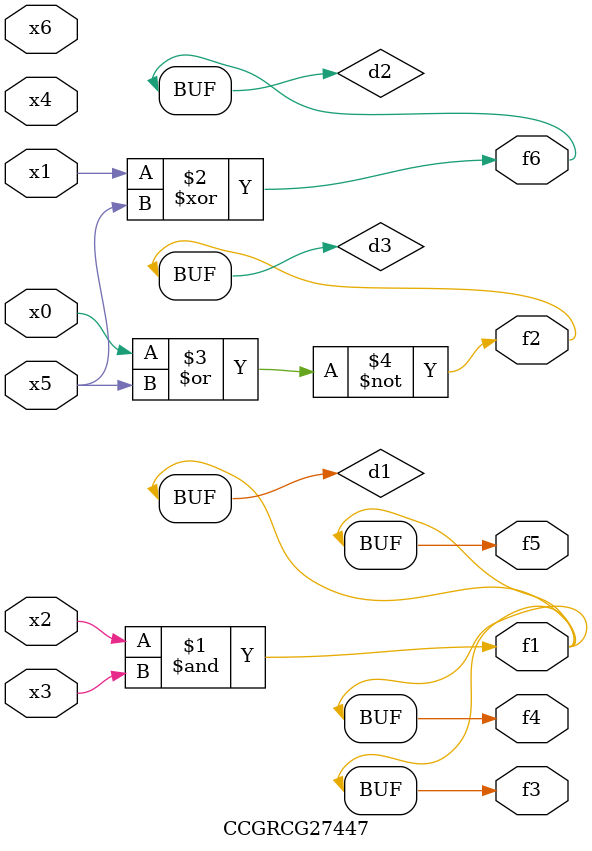
<source format=v>
module CCGRCG27447(
	input x0, x1, x2, x3, x4, x5, x6,
	output f1, f2, f3, f4, f5, f6
);

	wire d1, d2, d3;

	and (d1, x2, x3);
	xor (d2, x1, x5);
	nor (d3, x0, x5);
	assign f1 = d1;
	assign f2 = d3;
	assign f3 = d1;
	assign f4 = d1;
	assign f5 = d1;
	assign f6 = d2;
endmodule

</source>
